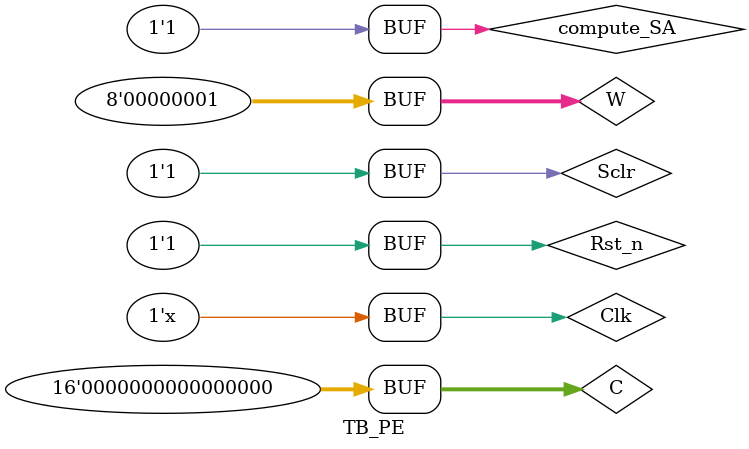
<source format=v>
`timescale 1ns / 1ps
module TB_PE;

parameter 	N = 8;
parameter	CLK_PERIOD = 20;
reg		       [N-1:0] F;
reg		       [N-1:0] W;
reg            [N*2-1:0] C;
reg		        Sclr;

wire		   [N-1:0] Next_F;
wire            [N*2-1:0]P;   
 
reg		Clk;
reg		Rst_n;
reg compute_SA;


initial
Clk=0;
always # (CLK_PERIOD/2) Clk=~Clk;

initial begin
Rst_n=1'b0;
Sclr = 1'b1;
compute_SA = 1'b1;
F=0;
W=0;
C=0;
#40;
Rst_n = 1'b1;
W  = 1;
# 100
compute_SA = 1'b0;
# 100
compute_SA = 1'b1;
end
always @(posedge Clk) begin
    F <= F +1 ;
end
 PE uut
    (
    .Clk(Clk),
    .Rst_n(Rst_n),
    .Sclr(Sclr),
    .compute_SA(compute_SA),
    .F(F),
    .W(W),
    .C(C),
    .Next_F(Next_F),
    .P(P)
    );
endmodule

</source>
